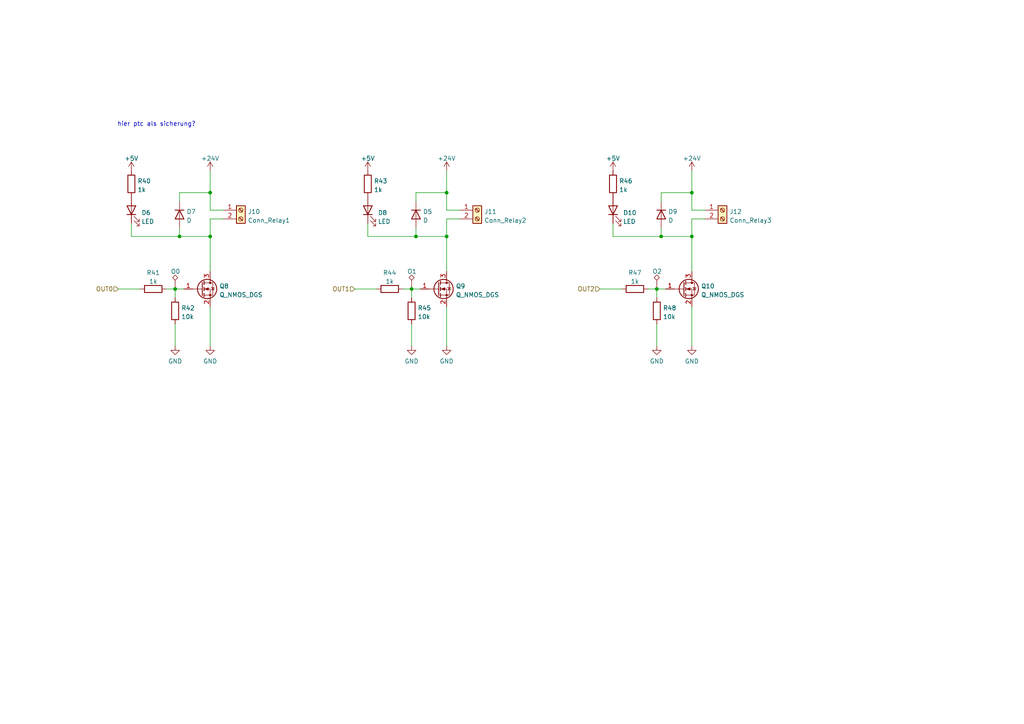
<source format=kicad_sch>
(kicad_sch (version 20211123) (generator eeschema)
  (paper "A4")
  (title_block (title "FloatPUMP Schematics") (date "2022-11-11") (rev "1.0") (company "robtor.de") (comment 1 "Controller board for up to 3 water pumps") (comment 2 "measuring capabilities with piezoresistive pressure sensors") (comment 3 "sensor input Range 4mA-20mA"))
  (lib_symbols
    (symbol "Connector:Screw_Terminal_01x02" (pin_names (offset 1.016) hide)
      (property "Reference" "J" (at 0 2.54 0))
      (property "Value" "Screw_Terminal_01x02" (at 0 -5.08 0))
      (symbol "Screw_Terminal_01x02_1_1"
        (rectangle (start -1.27 1.27) (end 1.27 -3.81) (stroke (width 0.254)) (fill (type background)))
        (circle (center 0 -2.54) (radius 0.635) (stroke (width 0.1524)))
        (polyline (pts (xy -0.5334 -2.2098) (xy 0.3302 -3.048)) (stroke (width 0.1524)))
        (polyline (pts (xy -0.5334 0.3302) (xy 0.3302 -0.508)) (stroke (width 0.1524)))
        (polyline (pts (xy -0.3556 -2.032) (xy 0.508 -2.8702)) (stroke (width 0.1524)))
        (polyline (pts (xy -0.3556 0.508) (xy 0.508 -0.3302)) (stroke (width 0.1524)))
        (circle (center 0 0) (radius 0.635) (stroke (width 0.1524)))
        (pin passive line (at -5.08 0 0) (length 3.81) (name "Pin_1") (number "1"))
        (pin passive line (at -5.08 -2.54 0) (length 3.81) (name "Pin_2") (number "2"))
      )
    )
    (symbol "Connector:TestPoint_Alt" (pin_numbers hide) (pin_names (offset 0.762) hide)
      (property "Reference" "TP" (at 0 6.858 0))
      (property "Value" "TestPoint_Alt" (at 0 5.08 0))
      (symbol "TestPoint_Alt_0_1"
        (polyline (pts (xy 0 2.54) (xy -0.762 3.302) (xy 0 4.064) (xy 0.762 3.302) (xy 0 2.54)))
      )
      (symbol "TestPoint_Alt_1_1"
        (pin passive line (at 0 0 90) (length 2.54) (name "1") (number "1"))
      )
    )
    (symbol "Device:D" (pin_numbers hide) (pin_names (offset 1.016) hide)
      (property "Reference" "D" (at 0 2.54 0))
      (property "Value" "D" (at 0 -2.54 0))
      (symbol "D_0_1"
        (polyline (pts (xy -1.27 1.27) (xy -1.27 -1.27)) (stroke (width 0.254)))
        (polyline (pts (xy 1.27 0) (xy -1.27 0)))
        (polyline (pts (xy 1.27 1.27) (xy 1.27 -1.27) (xy -1.27 0) (xy 1.27 1.27)) (stroke (width 0.254)))
      )
      (symbol "D_1_1"
        (pin passive line (at -3.81 0 0) (length 2.54) (name "K") (number "1"))
        (pin passive line (at 3.81 0 180) (length 2.54) (name "A") (number "2"))
      )
    )
    (symbol "Device:LED" (pin_numbers hide) (pin_names (offset 1.016) hide)
      (property "Reference" "D" (at 0 2.54 0))
      (property "Value" "LED" (at 0 -2.54 0))
      (symbol "LED_0_1"
        (polyline (pts (xy -1.27 -1.27) (xy -1.27 1.27)) (stroke (width 0.254)))
        (polyline (pts (xy -1.27 0) (xy 1.27 0)))
        (polyline (pts (xy 1.27 -1.27) (xy 1.27 1.27) (xy -1.27 0) (xy 1.27 -1.27)) (stroke (width 0.254)))
        (polyline (pts (xy -3.048 -0.762) (xy -4.572 -2.286) (xy -3.81 -2.286) (xy -4.572 -2.286) (xy -4.572 -1.524)))
        (polyline (pts (xy -1.778 -0.762) (xy -3.302 -2.286) (xy -2.54 -2.286) (xy -3.302 -2.286) (xy -3.302 -1.524)))
      )
      (symbol "LED_1_1"
        (pin passive line (at -3.81 0 0) (length 2.54) (name "K") (number "1"))
        (pin passive line (at 3.81 0 180) (length 2.54) (name "A") (number "2"))
      )
    )
    (symbol "Device:Q_NMOS_GSD" (pin_names (offset 0) hide)
      (property "Reference" "Q" (at 5.08 1.27 0))
      (property "Value" "Q_NMOS_GSD" (at 5.08 -1.27 0))
      (symbol "Q_NMOS_GSD_0_1"
        (polyline (pts (xy 0.254 0) (xy -2.54 0)))
        (polyline (pts (xy 0.254 1.905) (xy 0.254 -1.905)) (stroke (width 0.254)))
        (polyline (pts (xy 0.762 -1.27) (xy 0.762 -2.286)) (stroke (width 0.254)))
        (polyline (pts (xy 0.762 0.508) (xy 0.762 -0.508)) (stroke (width 0.254)))
        (polyline (pts (xy 0.762 2.286) (xy 0.762 1.27)) (stroke (width 0.254)))
        (polyline (pts (xy 2.54 2.54) (xy 2.54 1.778)))
        (polyline (pts (xy 2.54 -2.54) (xy 2.54 0) (xy 0.762 0)))
        (polyline (pts (xy 0.762 -1.778) (xy 3.302 -1.778) (xy 3.302 1.778) (xy 0.762 1.778)))
        (polyline (pts (xy 1.016 0) (xy 2.032 0.381) (xy 2.032 -0.381) (xy 1.016 0)) (fill (type outline)))
        (polyline (pts (xy 2.794 0.508) (xy 2.921 0.381) (xy 3.683 0.381) (xy 3.81 0.254)))
        (polyline (pts (xy 3.302 0.381) (xy 2.921 -0.254) (xy 3.683 -0.254) (xy 3.302 0.381)))
        (circle (center 1.651 0) (radius 2.794) (stroke (width 0.254)))
        (circle (center 2.54 -1.778) (radius 0.254) (fill (type outline)))
        (circle (center 2.54 1.778) (radius 0.254) (fill (type outline)))
      )
      (symbol "Q_NMOS_GSD_1_1"
        (pin input line (at -5.08 0 0) (length 2.54) (name "G") (number "1"))
        (pin passive line (at 2.54 -5.08 90) (length 2.54) (name "S") (number "2"))
        (pin passive line (at 2.54 5.08 270) (length 2.54) (name "D") (number "3"))
      )
    )
    (symbol "Device:R" (pin_numbers hide) (pin_names (offset 0))
      (property "Reference" "R" (at 2.032 0 90))
      (property "Value" "R" (at 0 0 90))
      (symbol "R_0_1"
        (rectangle (start -1.016 -2.54) (end 1.016 2.54) (stroke (width 0.254)))
      )
      (symbol "R_1_1"
        (pin passive line (at 0 3.81 270) (length 1.27) (name "~") (number "1"))
        (pin passive line (at 0 -3.81 90) (length 1.27) (name "~") (number "2"))
      )
    )
    (symbol "power:+24V" (power) (pin_names (offset 0))
      (property "Value" "+24V" (at 0 3.556 0))
      (symbol "+24V_0_1"
        (polyline (pts (xy -0.762 1.27) (xy 0 2.54)))
        (polyline (pts (xy 0 0) (xy 0 2.54)))
        (polyline (pts (xy 0 2.54) (xy 0.762 1.27)))
      )
      (symbol "+24V_1_1"
        (pin power_in line (at 0 0 90) (length 0) hide (name "+24V") (number "1"))
      )
    )
    (symbol "power:+5V" (power) (pin_names (offset 0))
      (property "Value" "+5V" (at 0 3.556 0))
      (symbol "+5V_0_1"
        (polyline (pts (xy -0.762 1.27) (xy 0 2.54)))
        (polyline (pts (xy 0 0) (xy 0 2.54)))
        (polyline (pts (xy 0 2.54) (xy 0.762 1.27)))
      )
      (symbol "+5V_1_1"
        (pin power_in line (at 0 0 90) (length 0) hide (name "+5V") (number "1"))
      )
    )
    (symbol "power:GND" (power) (pin_names (offset 0))
      (property "Value" "GND" (at 0 -3.81 0))
      (symbol "GND_0_1"
        (polyline (pts (xy 0 0) (xy 0 -1.27) (xy 1.27 -1.27) (xy 0 -2.54) (xy -1.27 -1.27) (xy 0 -1.27)))
      )
      (symbol "GND_1_1"
        (pin power_in line (at 0 0 270) (length 0) hide (name "GND") (number "1"))
      )
    )
  )
  (junction (at 52.07 68.58))
  (junction (at 120.65 68.58))
  (junction (at 60.96 68.58))
  (junction (at 129.54 68.58))
  (junction (at 119.38 83.82))
  (junction (at 50.8 83.82))
  (junction (at 60.96 55.88))
  (junction (at 191.77 68.58))
  (junction (at 129.54 55.88))
  (junction (at 190.5 83.82))
  (junction (at 200.66 68.58))
  (junction (at 200.66 55.88))
  (wire (pts (xy 191.77 58.42) (xy 191.77 55.88)))
  (wire (pts (xy 60.96 68.58) (xy 60.96 78.74)))
  (wire (pts (xy 173.99 83.82) (xy 180.34 83.82)))
  (wire (pts (xy 190.5 83.82) (xy 193.04 83.82)))
  (wire (pts (xy 50.8 83.82) (xy 50.8 86.36)))
  (wire (pts (xy 200.66 88.9) (xy 200.66 100.33)))
  (wire (pts (xy 200.66 68.58) (xy 200.66 78.74)))
  (wire (pts (xy 129.54 49.53) (xy 129.54 55.88)))
  (wire (pts (xy 102.87 83.82) (xy 109.22 83.82)))
  (wire (pts (xy 60.96 55.88) (xy 60.96 60.96)))
  (wire (pts (xy 191.77 68.58) (xy 200.66 68.58)))
  (wire (pts (xy 52.07 68.58) (xy 38.1 68.58)))
  (wire (pts (xy 187.96 83.82) (xy 190.5 83.82)))
  (wire (pts (xy 190.5 83.82) (xy 190.5 86.36)))
  (wire (pts (xy 120.65 55.88) (xy 129.54 55.88)))
  (wire (pts (xy 120.65 68.58) (xy 129.54 68.58)))
  (wire (pts (xy 200.66 55.88) (xy 200.66 60.96)))
  (wire (pts (xy 191.77 55.88) (xy 200.66 55.88)))
  (wire (pts (xy 177.8 64.77) (xy 177.8 68.58)))
  (wire (pts (xy 129.54 60.96) (xy 133.35 60.96)))
  (wire (pts (xy 50.8 83.82) (xy 53.34 83.82)))
  (wire (pts (xy 116.84 83.82) (xy 119.38 83.82)))
  (wire (pts (xy 50.8 93.98) (xy 50.8 100.33)))
  (wire (pts (xy 133.35 63.5) (xy 129.54 63.5)))
  (wire (pts (xy 60.96 88.9) (xy 60.96 100.33)))
  (wire (pts (xy 106.68 64.77) (xy 106.68 68.58)))
  (wire (pts (xy 52.07 55.88) (xy 60.96 55.88)))
  (wire (pts (xy 60.96 63.5) (xy 60.96 68.58)))
  (wire (pts (xy 34.29 83.82) (xy 40.64 83.82)))
  (wire (pts (xy 119.38 93.98) (xy 119.38 100.33)))
  (wire (pts (xy 52.07 66.04) (xy 52.07 68.58)))
  (wire (pts (xy 119.38 83.82) (xy 121.92 83.82)))
  (wire (pts (xy 120.65 66.04) (xy 120.65 68.58)))
  (wire (pts (xy 52.07 58.42) (xy 52.07 55.88)))
  (wire (pts (xy 191.77 68.58) (xy 177.8 68.58)))
  (wire (pts (xy 129.54 88.9) (xy 129.54 100.33)))
  (wire (pts (xy 52.07 68.58) (xy 60.96 68.58)))
  (wire (pts (xy 60.96 60.96) (xy 64.77 60.96)))
  (wire (pts (xy 64.77 63.5) (xy 60.96 63.5)))
  (wire (pts (xy 190.5 93.98) (xy 190.5 100.33)))
  (wire (pts (xy 120.65 58.42) (xy 120.65 55.88)))
  (wire (pts (xy 119.38 83.82) (xy 119.38 86.36)))
  (wire (pts (xy 204.47 63.5) (xy 200.66 63.5)))
  (wire (pts (xy 129.54 68.58) (xy 129.54 78.74)))
  (wire (pts (xy 129.54 63.5) (xy 129.54 68.58)))
  (wire (pts (xy 200.66 49.53) (xy 200.66 55.88)))
  (wire (pts (xy 120.65 68.58) (xy 106.68 68.58)))
  (wire (pts (xy 129.54 55.88) (xy 129.54 60.96)))
  (wire (pts (xy 200.66 63.5) (xy 200.66 68.58)))
  (wire (pts (xy 38.1 64.77) (xy 38.1 68.58)))
  (wire (pts (xy 191.77 66.04) (xy 191.77 68.58)))
  (wire (pts (xy 48.26 83.82) (xy 50.8 83.82)))
  (wire (pts (xy 200.66 60.96) (xy 204.47 60.96)))
  (wire (pts (xy 60.96 49.53) (xy 60.96 55.88)))
  (text " hier ptc als sicherung?" (at 33.02 36.83 0) (effects (font (size 1.27 1.27)) (justify left bottom)))
  (hierarchical_label "OUT1" (shape input) (at 102.87 83.82 180))
  (hierarchical_label "OUT2" (shape input) (at 173.99 83.82 180))
  (hierarchical_label "OUT0" (shape input) (at 34.29 83.82 180))
  (symbol (lib_id "power:+24V") (at 129.54 49.53 0) (unit 1)
    (property "Reference" "#PWR057" (effects hide))
    (property "Value" "+24V" (at 129.54 45.9542 0))
  )
  (symbol (lib_id "power:GND") (at 200.66 100.33 0) (unit 1)
    (property "Reference" "#PWR062" (effects hide))
    (property "Value" "GND" (at 200.66 104.7734 0))
  )
  (symbol (lib_id "power:GND") (at 119.38 100.33 0) (unit 1)
    (property "Reference" "#PWR056" (effects hide))
    (property "Value" "GND" (at 119.38 104.7734 0))
  )
  (symbol (lib_id "Connector:TestPoint_Alt") (at 119.38 83.82 0) (unit 1)
    (property "Reference" "TP16" (effects hide))
    (property "Value" "O1" (at 118.11 78.74 0) (effects (justify left)))
    (property "Footprint" "TestPoint:TestPoint_Pad_D1.0mm" (effects hide))
  )
  (symbol (lib_id "power:+5V") (at 177.8 49.53 0) (unit 1)
    (property "Reference" "#PWR059" (effects hide))
    (property "Value" "+5V" (at 177.8 45.9542 0))
  )
  (symbol (lib_id "Device:R") (at 113.03 83.82 90) (unit 1)
    (property "Reference" "R44" (at 113.03 79.1042 90))
    (property "Value" "1k" (at 113.03 81.6411 90))
    (property "Footprint" "Resistor_SMD:R_0603_1608Metric" (effects hide))
    (property "JLCPCB" "C328340" (effects hide))
  )
  (symbol (lib_id "Device:D") (at 191.77 62.23 270) (unit 1)
    (property "Reference" "D9" (at 193.802 61.3953 90) (effects (justify left)))
    (property "Value" "D" (at 193.802 63.9322 90) (effects (justify left)))
    (property "Footprint" "Diode_SMD:D_SMA" (effects hide))
    (property "Datasheet" "https://datasheet.lcsc.com/lcsc/2109061630_YONGYUTAI-1N4001_C2892670.pdf" (effects hide))
    (property "JLCPCB" "C2892670" (effects hide))
  )
  (symbol (lib_id "Device:D") (at 52.07 62.23 270) (unit 1)
    (property "Reference" "D7" (at 54.102 61.3953 90) (effects (justify left)))
    (property "Value" "D" (at 54.102 63.9322 90) (effects (justify left)))
    (property "Footprint" "Diode_SMD:D_SMA" (effects hide))
    (property "Datasheet" "https://datasheet.lcsc.com/lcsc/2109061630_YONGYUTAI-1N4001_C2892670.pdf" (effects hide))
    (property "JLCPCB" "C2892670" (effects hide))
  )
  (symbol (lib_id "Connector:TestPoint_Alt") (at 190.5 83.82 0) (unit 1)
    (property "Reference" "TP17" (effects hide))
    (property "Value" "O2" (at 189.23 78.74 0) (effects (justify left)))
    (property "Footprint" "TestPoint:TestPoint_Pad_D1.0mm" (effects hide))
  )
  (symbol (lib_id "Device:R") (at 184.15 83.82 90) (unit 1)
    (property "Reference" "R47" (at 184.15 79.1042 90))
    (property "Value" "1k" (at 184.15 81.6411 90))
    (property "Footprint" "Resistor_SMD:R_0603_1608Metric" (effects hide))
    (property "JLCPCB" "C328340" (effects hide))
  )
  (symbol (lib_id "power:+5V") (at 106.68 49.53 0) (unit 1)
    (property "Reference" "#PWR055" (effects hide))
    (property "Value" "+5V" (at 106.68 45.9542 0))
  )
  (symbol (lib_id "power:+24V") (at 60.96 49.53 0) (unit 1)
    (property "Reference" "#PWR053" (effects hide))
    (property "Value" "+24V" (at 60.96 45.9542 0))
  )
  (symbol (lib_id "Device:D") (at 120.65 62.23 270) (unit 1)
    (property "Reference" "D5" (at 122.682 61.3953 90) (effects (justify left)))
    (property "Value" "D" (at 122.682 63.9322 90) (effects (justify left)))
    (property "Footprint" "Diode_SMD:D_SMA" (effects hide))
    (property "Datasheet" "https://datasheet.lcsc.com/lcsc/2109061630_YONGYUTAI-1N4001_C2892670.pdf" (effects hide))
    (property "JLCPCB" "C2892670" (effects hide))
  )
  (symbol (lib_id "Device:Q_NMOS_GSD") (at 198.12 83.82 0) (unit 1)
    (property "Reference" "Q10" (at 203.327 82.9853 0) (effects (justify left)))
    (property "Value" "Q_NMOS_DGS" (at 203.327 85.5222 0) (effects (justify left)))
    (property "Footprint" "Package_TO_SOT_SMD:SOT-23" (effects hide))
    (property "Datasheet" "https://datasheet.lcsc.com/lcsc/1810271831_TOSHIBA-T2N7002BK-LM_C146372.pdf" (effects hide))
    (property "JLCPCB" "C146372" (effects hide))
  )
  (symbol (lib_id "Connector:TestPoint_Alt") (at 50.8 83.82 0) (unit 1)
    (property "Reference" "TP15" (effects hide))
    (property "Value" "O0" (at 49.53 78.74 0) (effects (justify left)))
    (property "Footprint" "TestPoint:TestPoint_Pad_D1.0mm" (effects hide))
  )
  (symbol (lib_id "Device:LED") (at 106.68 60.96 90) (unit 1)
    (property "Reference" "D8" (at 109.601 61.7128 90) (effects (justify right)))
    (property "Value" "LED" (at 109.601 64.2497 90) (effects (justify right)))
    (property "Footprint" "LED_SMD:LED_0805_2012Metric" (effects hide))
  )
  (symbol (lib_id "power:GND") (at 60.96 100.33 0) (unit 1)
    (property "Reference" "#PWR054" (effects hide))
    (property "Value" "GND" (at 60.96 104.7734 0))
  )
  (symbol (lib_id "Device:LED") (at 177.8 60.96 90) (unit 1)
    (property "Reference" "D10" (at 180.721 61.7128 90) (effects (justify right)))
    (property "Value" "LED" (at 180.721 64.2497 90) (effects (justify right)))
    (property "Footprint" "LED_SMD:LED_0805_2012Metric" (effects hide))
  )
  (symbol (lib_id "Device:R") (at 106.68 53.34 180) (unit 1)
    (property "Reference" "R43" (at 108.458 52.5053 0) (effects (justify right)))
    (property "Value" "1k" (at 108.458 55.0422 0) (effects (justify right)))
    (property "Footprint" "Resistor_SMD:R_0603_1608Metric" (effects hide))
    (property "JLCPCB" "C328340" (effects hide))
  )
  (symbol (lib_id "power:GND") (at 129.54 100.33 0) (unit 1)
    (property "Reference" "#PWR058" (effects hide))
    (property "Value" "GND" (at 129.54 104.7734 0))
  )
  (symbol (lib_id "Device:LED") (at 38.1 60.96 90) (unit 1)
    (property "Reference" "D6" (at 41.021 61.7128 90) (effects (justify right)))
    (property "Value" "LED" (at 41.021 64.2497 90) (effects (justify right)))
    (property "Footprint" "LED_SMD:LED_0805_2012Metric" (effects hide))
  )
  (symbol (lib_id "Device:Q_NMOS_GSD") (at 58.42 83.82 0) (unit 1)
    (property "Reference" "Q8" (at 63.627 82.9853 0) (effects (justify left)))
    (property "Value" "Q_NMOS_DGS" (at 63.627 85.5222 0) (effects (justify left)))
    (property "Footprint" "Package_TO_SOT_SMD:SOT-23" (effects hide))
    (property "Datasheet" "https://datasheet.lcsc.com/lcsc/1810271831_TOSHIBA-T2N7002BK-LM_C146372.pdf" (effects hide))
    (property "JLCPCB" "C146372" (effects hide))
  )
  (symbol (lib_id "power:GND") (at 50.8 100.33 0) (unit 1)
    (property "Reference" "#PWR052" (effects hide))
    (property "Value" "GND" (at 50.8 104.7734 0))
  )
  (symbol (lib_id "Device:R") (at 38.1 53.34 180) (unit 1)
    (property "Reference" "R40" (at 39.878 52.5053 0) (effects (justify right)))
    (property "Value" "1k" (at 39.878 55.0422 0) (effects (justify right)))
    (property "Footprint" "Resistor_SMD:R_0603_1608Metric" (effects hide))
    (property "JLCPCB" "C328340" (effects hide))
  )
  (symbol (lib_id "Device:Q_NMOS_GSD") (at 127 83.82 0) (unit 1)
    (property "Reference" "Q9" (at 132.207 82.9853 0) (effects (justify left)))
    (property "Value" "Q_NMOS_DGS" (at 132.207 85.5222 0) (effects (justify left)))
    (property "Footprint" "Package_TO_SOT_SMD:SOT-23" (effects hide))
    (property "Datasheet" "https://datasheet.lcsc.com/lcsc/1810271831_TOSHIBA-T2N7002BK-LM_C146372.pdf" (effects hide))
    (property "JLCPCB" "C146372" (effects hide))
  )
  (symbol (lib_id "Connector:Screw_Terminal_01x02") (at 138.43 60.96 0) (unit 1)
    (property "Reference" "J11" (at 140.462 61.3953 0) (effects (justify left)))
    (property "Value" "Conn_Relay2" (at 140.462 63.9322 0) (effects (justify left)))
    (property "Footprint" "Connector_PinHeader_2.54mm:PinHeader_1x02_P2.54mm_Vertical" (effects hide))
  )
  (symbol (lib_id "Connector:Screw_Terminal_01x02") (at 209.55 60.96 0) (unit 1)
    (property "Reference" "J12" (at 211.582 61.3953 0) (effects (justify left)))
    (property "Value" "Conn_Relay3" (at 211.582 63.9322 0) (effects (justify left)))
    (property "Footprint" "Connector_PinHeader_2.54mm:PinHeader_1x02_P2.54mm_Vertical" (effects hide))
  )
  (symbol (lib_id "power:+5V") (at 38.1 49.53 0) (unit 1)
    (property "Reference" "#PWR051" (effects hide))
    (property "Value" "+5V" (at 38.1 45.9542 0))
  )
  (symbol (lib_id "Connector:Screw_Terminal_01x02") (at 69.85 60.96 0) (unit 1)
    (property "Reference" "J10" (at 71.882 61.3953 0) (effects (justify left)))
    (property "Value" "Conn_Relay1" (at 71.882 63.9322 0) (effects (justify left)))
    (property "Footprint" "Connector_PinHeader_2.54mm:PinHeader_1x02_P2.54mm_Vertical" (effects hide))
  )
  (symbol (lib_id "Device:R") (at 50.8 90.17 0) (unit 1)
    (property "Reference" "R42" (at 52.578 89.3353 0) (effects (justify left)))
    (property "Value" "10k" (at 52.578 91.8722 0) (effects (justify left)))
    (property "Footprint" "Resistor_SMD:R_0603_1608Metric" (effects hide))
    (property "JLCPCB" "C238881" (effects hide))
  )
  (symbol (lib_id "Device:R") (at 119.38 90.17 0) (unit 1)
    (property "Reference" "R45" (at 121.158 89.3353 0) (effects (justify left)))
    (property "Value" "10k" (at 121.158 91.8722 0) (effects (justify left)))
    (property "Footprint" "Resistor_SMD:R_0603_1608Metric" (effects hide))
    (property "JLCPCB" "C238881" (effects hide))
  )
  (symbol (lib_id "power:+24V") (at 200.66 49.53 0) (unit 1)
    (property "Reference" "#PWR061" (effects hide))
    (property "Value" "+24V" (at 200.66 45.9542 0))
  )
  (symbol (lib_id "Device:R") (at 190.5 90.17 0) (unit 1)
    (property "Reference" "R48" (at 192.278 89.3353 0) (effects (justify left)))
    (property "Value" "10k" (at 192.278 91.8722 0) (effects (justify left)))
    (property "Footprint" "Resistor_SMD:R_0603_1608Metric" (effects hide))
    (property "JLCPCB" "C238881" (effects hide))
  )
  (symbol (lib_id "power:GND") (at 190.5 100.33 0) (unit 1)
    (property "Reference" "#PWR060" (effects hide))
    (property "Value" "GND" (at 190.5 104.7734 0))
  )
  (symbol (lib_id "Device:R") (at 44.45 83.82 90) (unit 1)
    (property "Reference" "R41" (at 44.45 79.1042 90))
    (property "Value" "1k" (at 44.45 81.6411 90))
    (property "Footprint" "Resistor_SMD:R_0603_1608Metric" (effects hide))
    (property "JLCPCB" "C328340" (effects hide))
  )
  (symbol (lib_id "Device:R") (at 177.8 53.34 180) (unit 1)
    (property "Reference" "R46" (at 179.578 52.5053 0) (effects (justify right)))
    (property "Value" "1k" (at 179.578 55.0422 0) (effects (justify right)))
    (property "Footprint" "Resistor_SMD:R_0603_1608Metric" (effects hide))
    (property "JLCPCB" "C328340" (effects hide))
  )
)
</source>
